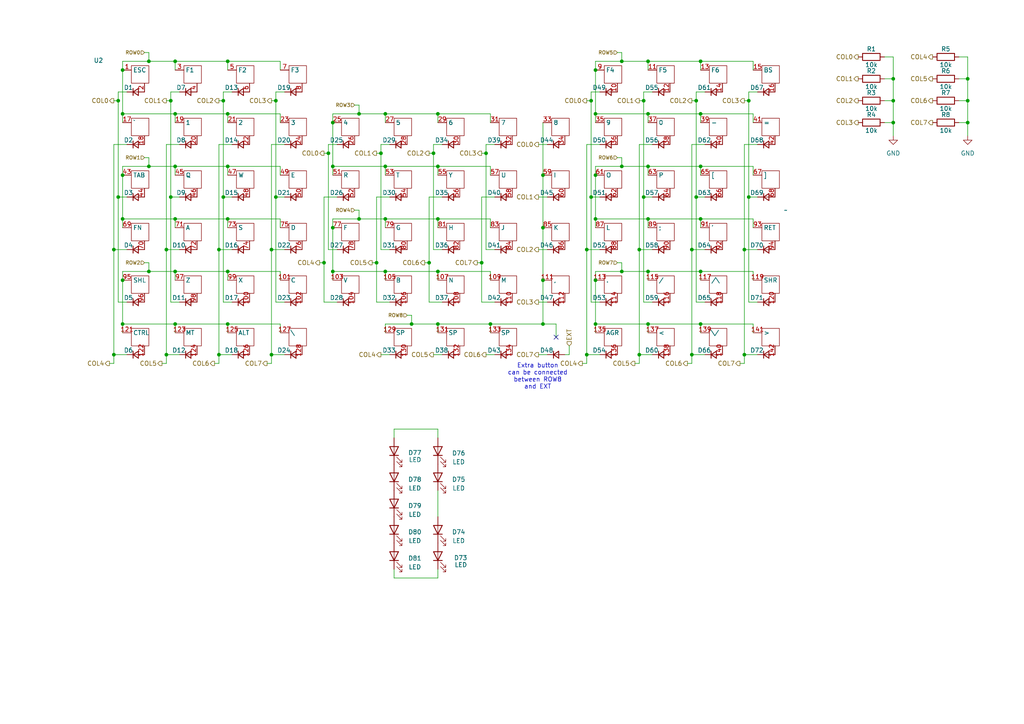
<source format=kicad_sch>
(kicad_sch (version 20231120) (generator "eeschema") (generator_version "8.0")
  (paper "A4")
  (title_block (title "WHY2025 badge") (date "2024-04-02") (rev "0.1") (company "Badge.Team") (comment 1 "Copyright 2024 Nicolai Electronics") (comment 2 "License: CERN-OHL-P"))
  (junction (at 49.53 29.21))
  (junction (at 200.66 72.39))
  (junction (at 185.42 72.39))
  (junction (at 259.08 22.86))
  (junction (at 203.2 48.26))
  (junction (at 111.76 63.5))
  (junction (at 185.42 102.87))
  (junction (at 66.04 17.78))
  (junction (at 203.2 93.98))
  (junction (at 127 33.02))
  (junction (at 217.17 29.21))
  (junction (at 172.72 50.8))
  (junction (at 78.74 72.39))
  (junction (at 66.04 63.5))
  (junction (at 187.96 78.74))
  (junction (at 280.67 35.56))
  (junction (at 66.04 48.26))
  (junction (at 80.01 57.15))
  (junction (at 80.01 29.21))
  (junction (at 50.8 33.02))
  (junction (at 171.45 29.21))
  (junction (at 259.08 35.56))
  (junction (at 157.48 81.28))
  (junction (at 170.18 72.39))
  (junction (at 35.56 50.8))
  (junction (at 33.02 102.87))
  (junction (at 172.72 93.98))
  (junction (at 96.52 35.56))
  (junction (at 48.26 72.39))
  (junction (at 127 63.5))
  (junction (at 64.77 57.15))
  (junction (at 34.29 57.15))
  (junction (at 186.69 57.15))
  (junction (at 180.34 17.78))
  (junction (at 78.74 102.87))
  (junction (at 34.29 29.21))
  (junction (at 35.56 33.02))
  (junction (at 35.56 20.32))
  (junction (at 180.34 48.26))
  (junction (at 35.56 81.28))
  (junction (at 124.46 76.2))
  (junction (at 280.67 29.21))
  (junction (at 43.18 48.26))
  (junction (at 63.5 102.87))
  (junction (at 170.18 102.87))
  (junction (at 140.97 44.45))
  (junction (at 217.17 57.15))
  (junction (at 186.69 29.21))
  (junction (at 63.5 72.39))
  (junction (at 172.72 20.32))
  (junction (at 127 78.74))
  (junction (at 96.52 66.04))
  (junction (at 187.96 48.26))
  (junction (at 139.7 76.2))
  (junction (at 66.04 33.02))
  (junction (at 125.73 44.45))
  (junction (at 35.56 93.98))
  (junction (at 50.8 48.26))
  (junction (at 50.8 93.98))
  (junction (at 187.96 63.5))
  (junction (at 95.25 44.45))
  (junction (at 142.24 93.98))
  (junction (at 200.66 102.87))
  (junction (at 171.45 57.15))
  (junction (at 127 93.98))
  (junction (at 48.26 102.87))
  (junction (at 50.8 78.74))
  (junction (at 43.18 17.78))
  (junction (at 203.2 33.02))
  (junction (at 109.22 76.2))
  (junction (at 49.53 57.15))
  (junction (at 66.04 78.74))
  (junction (at 187.96 33.02))
  (junction (at 35.56 63.5))
  (junction (at 93.98 76.2))
  (junction (at 172.72 81.28))
  (junction (at 172.72 33.02))
  (junction (at 50.8 63.5))
  (junction (at 33.02 72.39))
  (junction (at 66.04 93.98))
  (junction (at 110.49 44.45))
  (junction (at 64.77 29.21))
  (junction (at 111.76 48.26))
  (junction (at 104.14 63.5))
  (junction (at 157.48 66.04))
  (junction (at 259.08 29.21))
  (junction (at 172.72 63.5))
  (junction (at 96.52 78.74))
  (junction (at 203.2 63.5))
  (junction (at 203.2 78.74))
  (junction (at 215.9 72.39))
  (junction (at 127 48.26))
  (junction (at 96.52 48.26))
  (junction (at 111.76 33.02))
  (junction (at 111.76 78.74))
  (junction (at 43.18 78.74))
  (junction (at 157.48 93.98))
  (junction (at 119.38 93.98))
  (junction (at 50.8 17.78))
  (junction (at 157.48 50.8))
  (junction (at 104.14 33.02))
  (junction (at 201.93 57.15))
  (junction (at 187.96 17.78))
  (junction (at 201.93 29.21))
  (junction (at 203.2 17.78))
  (junction (at 180.34 78.74))
  (junction (at 187.96 93.98))
  (junction (at 280.67 22.86))
  (junction (at 215.9 102.87))
  (no_connect (at 161.29 97.79))
  (wire (pts (xy 66.04 93.98) (xy 66.04 96.52)))
  (wire (pts (xy 63.5 29.21) (xy 64.77 29.21)))
  (wire (pts (xy 140.97 72.39) (xy 143.51 72.39)))
  (wire (pts (xy 140.97 41.91) (xy 140.97 44.45)))
  (wire (pts (xy 140.97 44.45) (xy 140.97 72.39)))
  (wire (pts (xy 81.28 81.28) (xy 81.28 78.74)))
  (wire (pts (xy 171.45 26.67) (xy 171.45 29.21)))
  (wire (pts (xy 157.48 81.28) (xy 157.48 93.98)))
  (wire (pts (xy 172.72 48.26) (xy 172.72 50.8)))
  (wire (pts (xy 124.46 87.63) (xy 128.27 87.63)))
  (wire (pts (xy 50.8 93.98) (xy 66.04 93.98)))
  (wire (pts (xy 171.45 29.21) (xy 171.45 57.15)))
  (wire (pts (xy 187.96 48.26) (xy 187.96 50.8)))
  (wire (pts (xy 280.67 16.51) (xy 278.13 16.51)))
  (wire (pts (xy 203.2 17.78) (xy 187.96 17.78)))
  (wire (pts (xy 43.18 48.26) (xy 50.8 48.26)))
  (wire (pts (xy 172.72 17.78) (xy 172.72 20.32)))
  (wire (pts (xy 50.8 63.5) (xy 66.04 63.5)))
  (wire (pts (xy 48.26 72.39) (xy 48.26 102.87)))
  (wire (pts (xy 80.01 29.21) (xy 80.01 57.15)))
  (wire (pts (xy 123.19 76.2) (xy 124.46 76.2)))
  (wire (pts (xy 80.01 57.15) (xy 80.01 87.63)))
  (wire (pts (xy 170.18 29.21) (xy 171.45 29.21)))
  (wire (pts (xy 113.03 57.15) (xy 109.22 57.15)))
  (wire (pts (xy 82.55 41.91) (xy 78.74 41.91)))
  (wire (pts (xy 33.02 72.39) (xy 36.83 72.39)))
  (wire (pts (xy 203.2 17.78) (xy 203.2 20.32)))
  (wire (pts (xy 43.18 76.2) (xy 43.18 78.74)))
  (wire (pts (xy 52.07 41.91) (xy 48.26 41.91)))
  (wire (pts (xy 35.56 20.32) (xy 35.56 33.02)))
  (wire (pts (xy 64.77 87.63) (xy 67.31 87.63)))
  (wire (pts (xy 215.9 105.41) (xy 215.9 102.87)))
  (wire (pts (xy 280.67 39.37) (xy 280.67 35.56)))
  (wire (pts (xy 119.38 91.44) (xy 119.38 93.98)))
  (wire (pts (xy 35.56 96.52) (xy 35.56 93.98)))
  (wire (pts (xy 171.45 87.63) (xy 173.99 87.63)))
  (wire (pts (xy 41.91 15.24) (xy 43.18 15.24)))
  (wire (pts (xy 172.72 96.52) (xy 172.72 93.98)))
  (wire (pts (xy 204.47 102.87) (xy 200.66 102.87)))
  (wire (pts (xy 50.8 78.74) (xy 50.8 81.28)))
  (wire (pts (xy 81.28 17.78) (xy 66.04 17.78)))
  (wire (pts (xy 256.54 22.86) (xy 259.08 22.86)))
  (wire (pts (xy 199.39 105.41) (xy 200.66 105.41)))
  (wire (pts (xy 186.69 26.67) (xy 186.69 29.21)))
  (wire (pts (xy 66.04 63.5) (xy 81.28 63.5)))
  (wire (pts (xy 156.21 72.39) (xy 158.75 72.39)))
  (wire (pts (xy 109.22 57.15) (xy 109.22 76.2)))
  (wire (pts (xy 111.76 63.5) (xy 111.76 66.04)))
  (wire (pts (xy 35.56 66.04) (xy 35.56 63.5)))
  (wire (pts (xy 63.5 102.87) (xy 67.31 102.87)))
  (wire (pts (xy 125.73 102.87) (xy 128.27 102.87)))
  (wire (pts (xy 50.8 33.02) (xy 35.56 33.02)))
  (wire (pts (xy 36.83 41.91) (xy 33.02 41.91)))
  (wire (pts (xy 48.26 41.91) (xy 48.26 72.39)))
  (wire (pts (xy 127 48.26) (xy 142.24 48.26)))
  (wire (pts (xy 111.76 33.02) (xy 127 33.02)))
  (wire (pts (xy 171.45 57.15) (xy 171.45 87.63)))
  (wire (pts (xy 109.22 76.2) (xy 109.22 87.63)))
  (wire (pts (xy 66.04 48.26) (xy 81.28 48.26)))
  (wire (pts (xy 63.5 41.91) (xy 63.5 72.39)))
  (wire (pts (xy 63.5 105.41) (xy 63.5 102.87)))
  (wire (pts (xy 48.26 72.39) (xy 52.07 72.39)))
  (wire (pts (xy 110.49 41.91) (xy 110.49 44.45)))
  (wire (pts (xy 93.98 57.15) (xy 93.98 76.2)))
  (wire (pts (xy 187.96 33.02) (xy 187.96 35.56)))
  (wire (pts (xy 184.15 105.41) (xy 185.42 105.41)))
  (wire (pts (xy 49.53 57.15) (xy 49.53 87.63)))
  (wire (pts (xy 77.47 105.41) (xy 78.74 105.41)))
  (wire (pts (xy 201.93 87.63) (xy 204.47 87.63)))
  (wire (pts (xy 33.02 29.21) (xy 34.29 29.21)))
  (wire (pts (xy 97.79 57.15) (xy 93.98 57.15)))
  (wire (pts (xy 35.56 33.02) (xy 35.56 35.56)))
  (wire (pts (xy 203.2 48.26) (xy 187.96 48.26)))
  (wire (pts (xy 80.01 57.15) (xy 82.55 57.15)))
  (wire (pts (xy 187.96 78.74) (xy 180.34 78.74)))
  (wire (pts (xy 43.18 17.78) (xy 35.56 17.78)))
  (wire (pts (xy 31.75 105.41) (xy 33.02 105.41)))
  (wire (pts (xy 63.5 72.39) (xy 63.5 102.87)))
  (wire (pts (xy 96.52 35.56) (xy 96.52 48.26)))
  (wire (pts (xy 259.08 29.21) (xy 259.08 35.56)))
  (wire (pts (xy 109.22 44.45) (xy 110.49 44.45)))
  (wire (pts (xy 81.28 48.26) (xy 81.28 50.8)))
  (wire (pts (xy 96.52 66.04) (xy 96.52 63.5)))
  (wire (pts (xy 172.72 78.74) (xy 172.72 81.28)))
  (wire (pts (xy 35.56 50.8) (xy 35.56 63.5)))
  (wire (pts (xy 127 63.5) (xy 127 66.04)))
  (wire (pts (xy 66.04 78.74) (xy 50.8 78.74)))
  (wire (pts (xy 96.52 50.8) (xy 96.52 48.26)))
  (wire (pts (xy 127 63.5) (xy 142.24 63.5)))
  (wire (pts (xy 278.13 35.56) (xy 280.67 35.56)))
  (wire (pts (xy 218.44 63.5) (xy 218.44 66.04)))
  (wire (pts (xy 111.76 93.98) (xy 119.38 93.98)))
  (wire (pts (xy 170.18 102.87) (xy 170.18 72.39)))
  (wire (pts (xy 127 33.02) (xy 142.24 33.02)))
  (wire (pts (xy 173.99 26.67) (xy 171.45 26.67)))
  (wire (pts (xy 36.83 26.67) (xy 34.29 26.67)))
  (wire (pts (xy 67.31 26.67) (xy 64.77 26.67)))
  (wire (pts (xy 187.96 63.5) (xy 187.96 66.04)))
  (wire (pts (xy 218.44 33.02) (xy 218.44 35.56)))
  (wire (pts (xy 180.34 17.78) (xy 172.72 17.78)))
  (wire (pts (xy 218.44 20.32) (xy 218.44 17.78)))
  (wire (pts (xy 218.44 93.98) (xy 218.44 96.52)))
  (wire (pts (xy 66.04 78.74) (xy 66.04 81.28)))
  (wire (pts (xy 110.49 72.39) (xy 113.03 72.39)))
  (wire (pts (xy 111.76 33.02) (xy 111.76 35.56)))
  (wire (pts (xy 142.24 33.02) (xy 142.24 35.56)))
  (wire (pts (xy 41.91 76.2) (xy 43.18 76.2)))
  (wire (pts (xy 203.2 63.5) (xy 218.44 63.5)))
  (wire (pts (xy 157.48 93.98) (xy 161.29 93.98)))
  (wire (pts (xy 165.1 100.33) (xy 165.1 102.87)))
  (wire (pts (xy 127 142.24) (xy 127 149.86)))
  (wire (pts (xy 203.2 33.02) (xy 203.2 35.56)))
  (wire (pts (xy 34.29 57.15) (xy 36.83 57.15)))
  (wire (pts (xy 172.72 63.5) (xy 187.96 63.5)))
  (wire (pts (xy 278.13 22.86) (xy 280.67 22.86)))
  (wire (pts (xy 50.8 17.78) (xy 43.18 17.78)))
  (wire (pts (xy 139.7 87.63) (xy 143.51 87.63)))
  (wire (pts (xy 48.26 102.87) (xy 52.07 102.87)))
  (wire (pts (xy 96.52 81.28) (xy 96.52 78.74)))
  (wire (pts (xy 185.42 72.39) (xy 185.42 102.87)))
  (wire (pts (xy 217.17 87.63) (xy 219.71 87.63)))
  (wire (pts (xy 172.72 93.98) (xy 187.96 93.98)))
  (wire (pts (xy 48.26 29.21) (xy 49.53 29.21)))
  (wire (pts (xy 200.66 41.91) (xy 204.47 41.91)))
  (wire (pts (xy 119.38 93.98) (xy 127 93.98)))
  (wire (pts (xy 104.14 33.02) (xy 111.76 33.02)))
  (wire (pts (xy 256.54 35.56) (xy 259.08 35.56)))
  (wire (pts (xy 186.69 29.21) (xy 186.69 57.15)))
  (wire (pts (xy 82.55 26.67) (xy 80.01 26.67)))
  (wire (pts (xy 142.24 93.98) (xy 142.24 96.52)))
  (wire (pts (xy 50.8 48.26) (xy 50.8 50.8)))
  (wire (pts (xy 33.02 105.41) (xy 33.02 102.87)))
  (wire (pts (xy 127 93.98) (xy 127 96.52)))
  (wire (pts (xy 66.04 63.5) (xy 66.04 66.04)))
  (wire (pts (xy 187.96 78.74) (xy 187.96 81.28)))
  (wire (pts (xy 200.66 72.39) (xy 204.47 72.39)))
  (wire (pts (xy 156.21 87.63) (xy 158.75 87.63)))
  (wire (pts (xy 217.17 26.67) (xy 217.17 29.21)))
  (wire (pts (xy 43.18 15.24) (xy 43.18 17.78)))
  (wire (pts (xy 168.91 105.41) (xy 170.18 105.41)))
  (wire (pts (xy 64.77 26.67) (xy 64.77 29.21)))
  (wire (pts (xy 280.67 22.86) (xy 280.67 16.51)))
  (wire (pts (xy 49.53 57.15) (xy 52.07 57.15)))
  (wire (pts (xy 33.02 72.39) (xy 33.02 102.87)))
  (wire (pts (xy 186.69 57.15) (xy 189.23 57.15)))
  (wire (pts (xy 219.71 26.67) (xy 217.17 26.67)))
  (wire (pts (xy 35.56 93.98) (xy 50.8 93.98)))
  (wire (pts (xy 35.56 50.8) (xy 35.56 48.26)))
  (wire (pts (xy 62.23 105.41) (xy 63.5 105.41)))
  (wire (pts (xy 218.44 48.26) (xy 203.2 48.26)))
  (wire (pts (xy 124.46 44.45) (xy 125.73 44.45)))
  (wire (pts (xy 215.9 72.39) (xy 219.71 72.39)))
  (wire (pts (xy 278.13 29.21) (xy 280.67 29.21)))
  (wire (pts (xy 110.49 44.45) (xy 110.49 72.39)))
  (wire (pts (xy 125.73 72.39) (xy 128.27 72.39)))
  (wire (pts (xy 35.56 17.78) (xy 35.56 20.32)))
  (wire (pts (xy 34.29 29.21) (xy 34.29 57.15)))
  (wire (pts (xy 200.66 72.39) (xy 200.66 41.91)))
  (wire (pts (xy 171.45 57.15) (xy 173.99 57.15)))
  (wire (pts (xy 280.67 29.21) (xy 280.67 22.86)))
  (wire (pts (xy 156.21 41.91) (xy 158.75 41.91)))
  (wire (pts (xy 163.83 102.87) (xy 165.1 102.87)))
  (wire (pts (xy 200.66 105.41) (xy 200.66 102.87)))
  (wire (pts (xy 179.07 45.72) (xy 180.34 45.72)))
  (wire (pts (xy 80.01 26.67) (xy 80.01 29.21)))
  (wire (pts (xy 170.18 72.39) (xy 170.18 41.91)))
  (wire (pts (xy 172.72 20.32) (xy 172.72 33.02)))
  (wire (pts (xy 187.96 63.5) (xy 203.2 63.5)))
  (wire (pts (xy 180.34 45.72) (xy 180.34 48.26)))
  (wire (pts (xy 78.74 41.91) (xy 78.74 72.39)))
  (wire (pts (xy 187.96 48.26) (xy 180.34 48.26)))
  (wire (pts (xy 217.17 57.15) (xy 219.71 57.15)))
  (wire (pts (xy 96.52 78.74) (xy 111.76 78.74)))
  (wire (pts (xy 78.74 105.41) (xy 78.74 102.87)))
  (wire (pts (xy 114.3 165.1) (xy 114.3 167.64)))
  (wire (pts (xy 64.77 29.21) (xy 64.77 57.15)))
  (wire (pts (xy 142.24 78.74) (xy 142.24 81.28)))
  (wire (pts (xy 218.44 50.8) (xy 218.44 48.26)))
  (wire (pts (xy 143.51 57.15) (xy 139.7 57.15)))
  (wire (pts (xy 81.28 33.02) (xy 81.28 35.56)))
  (wire (pts (xy 170.18 102.87) (xy 173.99 102.87)))
  (wire (pts (xy 187.96 93.98) (xy 187.96 96.52)))
  (wire (pts (xy 96.52 35.56) (xy 96.52 33.02)))
  (wire (pts (xy 43.18 45.72) (xy 43.18 48.26)))
  (wire (pts (xy 93.98 87.63) (xy 97.79 87.63)))
  (wire (pts (xy 204.47 26.67) (xy 201.93 26.67)))
  (wire (pts (xy 187.96 17.78) (xy 187.96 20.32)))
  (wire (pts (xy 201.93 57.15) (xy 201.93 87.63)))
  (wire (pts (xy 93.98 76.2) (xy 93.98 87.63)))
  (wire (pts (xy 127 127) (xy 127 124.46)))
  (wire (pts (xy 96.52 33.02) (xy 104.14 33.02)))
  (wire (pts (xy 92.71 76.2) (xy 93.98 76.2)))
  (wire (pts (xy 97.79 41.91) (xy 95.25 41.91)))
  (wire (pts (xy 93.98 44.45) (xy 95.25 44.45)))
  (wire (pts (xy 170.18 72.39) (xy 173.99 72.39)))
  (wire (pts (xy 118.11 91.44) (xy 119.38 91.44)))
  (wire (pts (xy 34.29 57.15) (xy 34.29 87.63)))
  (wire (pts (xy 78.74 72.39) (xy 82.55 72.39)))
  (wire (pts (xy 185.42 41.91) (xy 185.42 72.39)))
  (wire (pts (xy 66.04 33.02) (xy 81.28 33.02)))
  (wire (pts (xy 139.7 76.2) (xy 139.7 87.63)))
  (wire (pts (xy 185.42 105.41) (xy 185.42 102.87)))
  (wire (pts (xy 124.46 76.2) (xy 124.46 87.63)))
  (wire (pts (xy 185.42 102.87) (xy 189.23 102.87)))
  (wire (pts (xy 203.2 93.98) (xy 218.44 93.98)))
  (wire (pts (xy 218.44 78.74) (xy 203.2 78.74)))
  (wire (pts (xy 186.69 57.15) (xy 186.69 87.63)))
  (wire (pts (xy 50.8 63.5) (xy 50.8 66.04)))
  (wire (pts (xy 34.29 26.67) (xy 34.29 29.21)))
  (wire (pts (xy 170.18 105.41) (xy 170.18 102.87)))
  (wire (pts (xy 96.52 48.26) (xy 111.76 48.26)))
  (wire (pts (xy 179.07 76.2) (xy 180.34 76.2)))
  (wire (pts (xy 127 33.02) (xy 127 35.56)))
  (wire (pts (xy 111.76 78.74) (xy 111.76 81.28)))
  (wire (pts (xy 259.08 22.86) (xy 259.08 29.21)))
  (wire (pts (xy 157.48 35.56) (xy 157.48 50.8)))
  (wire (pts (xy 81.28 93.98) (xy 81.28 96.52)))
  (wire (pts (xy 187.96 33.02) (xy 203.2 33.02)))
  (wire (pts (xy 218.44 81.28) (xy 218.44 78.74)))
  (wire (pts (xy 50.8 93.98) (xy 50.8 96.52)))
  (wire (pts (xy 52.07 26.67) (xy 49.53 26.67)))
  (wire (pts (xy 187.96 93.98) (xy 203.2 93.98)))
  (wire (pts (xy 217.17 29.21) (xy 217.17 57.15)))
  (wire (pts (xy 127 124.46) (xy 114.3 124.46)))
  (wire (pts (xy 128.27 57.15) (xy 124.46 57.15)))
  (wire (pts (xy 49.53 26.67) (xy 49.53 29.21)))
  (wire (pts (xy 157.48 50.8) (xy 157.48 66.04)))
  (wire (pts (xy 66.04 48.26) (xy 66.04 50.8)))
  (wire (pts (xy 138.43 76.2) (xy 139.7 76.2)))
  (wire (pts (xy 259.08 35.56) (xy 259.08 39.37)))
  (wire (pts (xy 95.25 72.39) (xy 97.79 72.39)))
  (wire (pts (xy 95.25 44.45) (xy 95.25 72.39)))
  (wire (pts (xy 107.95 76.2) (xy 109.22 76.2)))
  (wire (pts (xy 63.5 72.39) (xy 67.31 72.39)))
  (wire (pts (xy 50.8 48.26) (xy 66.04 48.26)))
  (wire (pts (xy 81.28 78.74) (xy 66.04 78.74)))
  (wire (pts (xy 280.67 35.56) (xy 280.67 29.21)))
  (wire (pts (xy 111.76 78.74) (xy 127 78.74)))
  (wire (pts (xy 172.72 35.56) (xy 172.72 33.02)))
  (wire (pts (xy 200.66 102.87) (xy 200.66 72.39)))
  (wire (pts (xy 172.72 33.02) (xy 187.96 33.02)))
  (wire (pts (xy 127 93.98) (xy 142.24 93.98)))
  (wire (pts (xy 172.72 50.8) (xy 172.72 63.5)))
  (wire (pts (xy 219.71 102.87) (xy 215.9 102.87)))
  (wire (pts (xy 35.56 81.28) (xy 35.56 93.98)))
  (wire (pts (xy 215.9 29.21) (xy 217.17 29.21)))
  (wire (pts (xy 203.2 78.74) (xy 187.96 78.74)))
  (wire (pts (xy 185.42 29.21) (xy 186.69 29.21)))
  (wire (pts (xy 172.72 81.28) (xy 172.72 93.98)))
  (wire (pts (xy 46.99 105.41) (xy 48.26 105.41)))
  (wire (pts (xy 111.76 96.52) (xy 111.76 93.98)))
  (wire (pts (xy 102.87 60.96) (xy 104.14 60.96)))
  (wire (pts (xy 78.74 72.39) (xy 78.74 102.87)))
  (wire (pts (xy 256.54 29.21) (xy 259.08 29.21)))
  (wire (pts (xy 256.54 16.51) (xy 259.08 16.51)))
  (wire (pts (xy 124.46 57.15) (xy 124.46 76.2)))
  (wire (pts (xy 49.53 87.63) (xy 52.07 87.63)))
  (wire (pts (xy 125.73 41.91) (xy 125.73 44.45)))
  (wire (pts (xy 215.9 102.87) (xy 215.9 72.39)))
  (wire (pts (xy 189.23 41.91) (xy 185.42 41.91)))
  (wire (pts (xy 66.04 33.02) (xy 50.8 33.02)))
  (wire (pts (xy 180.34 15.24) (xy 180.34 17.78)))
  (wire (pts (xy 214.63 105.41) (xy 215.9 105.41)))
  (wire (pts (xy 66.04 35.56) (xy 66.04 33.02)))
  (wire (pts (xy 201.93 29.21) (xy 201.93 57.15)))
  (wire (pts (xy 156.21 102.87) (xy 158.75 102.87)))
  (wire (pts (xy 142.24 48.26) (xy 142.24 50.8)))
  (wire (pts (xy 127 167.64) (xy 127 165.1)))
  (wire (pts (xy 109.22 87.63) (xy 113.03 87.63)))
  (wire (pts (xy 104.14 63.5) (xy 111.76 63.5)))
  (wire (pts (xy 41.91 45.72) (xy 43.18 45.72)))
  (wire (pts (xy 78.74 102.87) (xy 82.55 102.87)))
  (wire (pts (xy 66.04 17.78) (xy 50.8 17.78)))
  (wire (pts (xy 217.17 57.15) (xy 217.17 87.63)))
  (wire (pts (xy 128.27 41.91) (xy 125.73 41.91)))
  (wire (pts (xy 185.42 72.39) (xy 189.23 72.39)))
  (wire (pts (xy 218.44 17.78) (xy 203.2 17.78)))
  (wire (pts (xy 156.21 57.15) (xy 158.75 57.15)))
  (wire (pts (xy 111.76 48.26) (xy 127 48.26)))
  (wire (pts (xy 43.18 78.74) (xy 35.56 78.74)))
  (wire (pts (xy 142.24 93.98) (xy 157.48 93.98)))
  (wire (pts (xy 66.04 17.78) (xy 66.04 20.32)))
  (wire (pts (xy 110.49 41.91) (xy 113.03 41.91)))
  (wire (pts (xy 81.28 20.32) (xy 81.28 17.78)))
  (wire (pts (xy 139.7 44.45) (xy 140.97 44.45)))
  (wire (pts (xy 35.56 63.5) (xy 50.8 63.5)))
  (wire (pts (xy 104.14 60.96) (xy 104.14 63.5)))
  (wire (pts (xy 186.69 87.63) (xy 189.23 87.63)))
  (wire (pts (xy 33.02 102.87) (xy 36.83 102.87)))
  (wire (pts (xy 127 78.74) (xy 142.24 78.74)))
  (wire (pts (xy 170.18 41.91) (xy 173.99 41.91)))
  (wire (pts (xy 67.31 41.91) (xy 63.5 41.91)))
  (wire (pts (xy 180.34 48.26) (xy 172.72 48.26)))
  (wire (pts (xy 157.48 66.04) (xy 157.48 81.28)))
  (wire (pts (xy 78.74 29.21) (xy 80.01 29.21)))
  (wire (pts (xy 259.08 16.51) (xy 259.08 22.86)))
  (wire (pts (xy 215.9 41.91) (xy 219.71 41.91)))
  (wire (pts (xy 203.2 33.02) (xy 218.44 33.02)))
  (wire (pts (xy 189.23 26.67) (xy 186.69 26.67)))
  (wire (pts (xy 215.9 72.39) (xy 215.9 41.91)))
  (wire (pts (xy 64.77 57.15) (xy 64.77 87.63)))
  (wire (pts (xy 180.34 76.2) (xy 180.34 78.74)))
  (wire (pts (xy 172.72 66.04) (xy 172.72 63.5)))
  (wire (pts (xy 203.2 78.74) (xy 203.2 81.28)))
  (wire (pts (xy 127 48.26) (xy 127 50.8)))
  (wire (pts (xy 180.34 78.74) (xy 172.72 78.74)))
  (wire (pts (xy 104.14 30.48) (xy 104.14 33.02)))
  (wire (pts (xy 50.8 33.02) (xy 50.8 35.56)))
  (wire (pts (xy 102.87 30.48) (xy 104.14 30.48)))
  (wire (pts (xy 201.93 26.67) (xy 201.93 29.21)))
  (wire (pts (xy 203.2 93.98) (xy 203.2 96.52)))
  (wire (pts (xy 35.56 78.74) (xy 35.56 81.28)))
  (wire (pts (xy 64.77 57.15) (xy 67.31 57.15)))
  (wire (pts (xy 187.96 17.78) (xy 180.34 17.78)))
  (wire (pts (xy 50.8 17.78) (xy 50.8 20.32)))
  (wire (pts (xy 81.28 63.5) (xy 81.28 66.04)))
  (wire (pts (xy 114.3 124.46) (xy 114.3 127)))
  (wire (pts (xy 200.66 29.21) (xy 201.93 29.21)))
  (wire (pts (xy 179.07 15.24) (xy 180.34 15.24)))
  (wire (pts (xy 201.93 57.15) (xy 204.47 57.15)))
  (wire (pts (xy 111.76 63.5) (xy 127 63.5)))
  (wire (pts (xy 110.49 102.87) (xy 113.03 102.87)))
  (wire (pts (xy 111.76 48.26) (xy 111.76 50.8)))
  (wire (pts (xy 203.2 63.5) (xy 203.2 66.04)))
  (wire (pts (xy 127 78.74) (xy 127 81.28)))
  (wire (pts (xy 140.97 102.87) (xy 143.51 102.87)))
  (wire (pts (xy 203.2 48.26) (xy 203.2 50.8)))
  (wire (pts (xy 95.25 41.91) (xy 95.25 44.45)))
  (wire (pts (xy 50.8 78.74) (xy 43.18 78.74)))
  (wire (pts (xy 80.01 87.63) (xy 82.55 87.63)))
  (wire (pts (xy 49.53 29.21) (xy 49.53 57.15)))
  (wire (pts (xy 35.56 48.26) (xy 43.18 48.26)))
  (wire (pts (xy 96.52 63.5) (xy 104.14 63.5)))
  (wire (pts (xy 66.04 93.98) (xy 81.28 93.98)))
  (wire (pts (xy 96.52 66.04) (xy 96.52 78.74)))
  (wire (pts (xy 142.24 63.5) (xy 142.24 66.04)))
  (wire (pts (xy 139.7 57.15) (xy 139.7 76.2)))
  (wire (pts (xy 125.73 44.45) (xy 125.73 72.39)))
  (wire (pts (xy 143.51 41.91) (xy 140.97 41.91)))
  (wire (pts (xy 161.29 93.98) (xy 161.29 97.79)))
  (wire (pts (xy 34.29 87.63) (xy 36.83 87.63)))
  (wire (pts (xy 48.26 105.41) (xy 48.26 102.87)))
  (wire (pts (xy 114.3 167.64) (xy 127 167.64)))
  (wire (pts (xy 33.02 41.91) (xy 33.02 72.39)))
  (text "Extra button\ncan be connected\nbetween ROW8\nand EXT" (at 155.956 109.22 0) (effects (font (size 1.27 1.27))))
  (hierarchical_label "COL7" (shape output) (at 270.51 35.56 180))
  (hierarchical_label "COL6" (shape output) (at 140.97 102.87 180))
  (hierarchical_label "COL4" (shape output) (at 270.51 16.51 180))
  (hierarchical_label "COL5" (shape output) (at 270.51 22.86 180))
  (hierarchical_label "COL2" (shape output) (at 124.46 44.45 180))
  (hierarchical_label "COL1" (shape output) (at 185.42 29.21 180))
  (hierarchical_label "COL0" (shape output) (at 156.21 41.91 180))
  (hierarchical_label "ROW6" (shape input) (at 179.07 45.72 180) (effects (font (size 1.016 1.016))))
  (hierarchical_label "ROW8" (shape input) (at 118.11 91.44 180) (effects (font (size 1.016 1.016))))
  (hierarchical_label "COL0" (shape output) (at 170.18 29.21 180))
  (hierarchical_label "ROW5" (shape input) (at 179.07 15.24 180) (effects (font (size 1.016 1.016))))
  (hierarchical_label "COL3" (shape output) (at 248.92 35.56 180))
  (hierarchical_label "COL6" (shape output) (at 199.39 105.41 180))
  (hierarchical_label "COL2" (shape output) (at 248.92 29.21 180))
  (hierarchical_label "ROW3" (shape input) (at 102.87 30.48 180) (effects (font (size 1.016 1.016))))
  (hierarchical_label "COL4" (shape output) (at 168.91 105.41 180))
  (hierarchical_label "COL1" (shape output) (at 48.26 29.21 180))
  (hierarchical_label "COL5" (shape output) (at 107.95 76.2 180))
  (hierarchical_label "COL4" (shape output) (at 110.49 102.87 180))
  (hierarchical_label "COL6" (shape output) (at 62.23 105.41 180))
  (hierarchical_label "ROW0" (shape input) (at 41.91 15.24 180) (effects (font (size 1.016 1.016))))
  (hierarchical_label "COL1" (shape output) (at 156.21 57.15 180))
  (hierarchical_label "COL3" (shape output) (at 215.9 29.21 180))
  (hierarchical_label "ROW7" (shape input) (at 179.07 76.2 180) (effects (font (size 1.016 1.016))))
  (hierarchical_label "COL4" (shape output) (at 31.75 105.41 180))
  (hierarchical_label "ROW2" (shape input) (at 41.91 76.2 180) (effects (font (size 1.016 1.016))))
  (hierarchical_label "COL3" (shape output) (at 78.74 29.21 180))
  (hierarchical_label "COL2" (shape output) (at 63.5 29.21 180))
  (hierarchical_label "COL2" (shape output) (at 156.21 72.39 180))
  (hierarchical_label "COL3" (shape output) (at 156.21 87.63 180))
  (hierarchical_label "COL2" (shape output) (at 200.66 29.21 180))
  (hierarchical_label "COL0" (shape output) (at 33.02 29.21 180))
  (hierarchical_label "COL7" (shape output) (at 214.63 105.41 180))
  (hierarchical_label "COL1" (shape output) (at 248.92 22.86 180))
  (hierarchical_label "COL6" (shape output) (at 270.51 29.21 180))
  (hierarchical_label "COL5" (shape output) (at 184.15 105.41 180))
  (hierarchical_label "COL5" (shape output) (at 46.99 105.41 180))
  (hierarchical_label "COL7" (shape output) (at 156.21 102.87 180))
  (hierarchical_label "ROW1" (shape input) (at 41.91 45.72 180) (effects (font (size 1.016 1.016))))
  (hierarchical_label "EXT" (shape input) (at 165.1 100.33 90))
  (hierarchical_label "COL0" (shape output) (at 248.92 16.51 180))
  (hierarchical_label "COL5" (shape output) (at 125.73 102.87 180))
  (hierarchical_label "COL4" (shape output) (at 92.71 76.2 180))
  (hierarchical_label "COL7" (shape output) (at 77.47 105.41 180))
  (hierarchical_label "COL0" (shape output) (at 93.98 44.45 180))
  (hierarchical_label "COL1" (shape output) (at 109.22 44.45 180))
  (hierarchical_label "COL6" (shape output) (at 123.19 76.2 180))
  (hierarchical_label "COL7" (shape output) (at 138.43 76.2 180))
  (hierarchical_label "COL3" (shape output) (at 139.7 44.45 180))
  (hierarchical_label "ROW4" (shape input) (at 102.87 60.96 180) (effects (font (size 1.016 1.016))))
  (symbol (lib_id "button_matrix:D_Small") (at 115.57 72.39 0) (unit 1)
    (property "Reference" "D31" (at 114.808 71.12 0) (effects (justify right)))
    (property "Value" "LL4148" (effects (hide yes)))
    (property "Footprint" "Diode_SMD:D_SOD-323" (effects (hide yes)))
    (property "Sim.Device" "D" (effects (hide yes)))
    (property "Sim.Pins" "1=K 2=A" (effects (hide yes)))
    (property "LCSC" "C2891733" (effects (hide yes)))
  )
  (symbol (lib_id "button_matrix:D_Small") (at 130.81 87.63 0) (unit 1)
    (property "Reference" "D37" (at 130.048 86.36 0) (effects (justify right)))
    (property "Value" "LL4148" (effects (hide yes)))
    (property "Footprint" "Diode_SMD:D_SOD-323" (effects (hide yes)))
    (property "Sim.Device" "D" (effects (hide yes)))
    (property "Sim.Pins" "1=K 2=A" (effects (hide yes)))
    (property "LCSC" "C2891733" (effects (hide yes)))
  )
  (symbol (lib_id "button_matrix:D_Small") (at 54.61 87.63 0) (unit 1)
    (property "Reference" "D11" (at 53.848 86.36 0) (effects (justify right)))
    (property "Value" "LL4148" (effects (hide yes)))
    (property "Footprint" "Diode_SMD:D_SOD-323" (effects (hide yes)))
    (property "Sim.Device" "D" (effects (hide yes)))
    (property "Sim.Pins" "1=K 2=A" (effects (hide yes)))
    (property "LCSC" "C2891733" (effects (hide yes)))
  )
  (symbol (lib_id "button_matrix:D_Small") (at 146.05 41.91 0) (unit 1)
    (property "Reference" "D39" (at 145.288 40.64 0) (effects (justify right)))
    (property "Value" "LL4148" (effects (hide yes)))
    (property "Footprint" "Diode_SMD:D_SOD-323" (effects (hide yes)))
    (property "Sim.Device" "D" (effects (hide yes)))
    (property "Sim.Pins" "1=K 2=A" (effects (hide yes)))
    (property "LCSC" "C2891733" (effects (hide yes)))
  )
  (symbol (lib_id "button_matrix:D_Small") (at 207.01 72.39 0) (unit 1)
    (property "Reference" "D64" (at 206.248 71.12 0) (effects (justify right)))
    (property "Value" "LL4148" (effects (hide yes)))
    (property "Footprint" "Diode_SMD:D_SOD-323" (effects (hide yes)))
    (property "Sim.Device" "D" (effects (hide yes)))
    (property "Sim.Pins" "1=K 2=A" (effects (hide yes)))
    (property "LCSC" "C2891733" (effects (hide yes)))
  )
  (symbol (lib_id "button_matrix:D_Small") (at 222.25 87.63 0) (unit 1)
    (property "Reference" "D71" (at 221.488 86.36 0) (effects (justify right)))
    (property "Value" "LL4148" (effects (hide yes)))
    (property "Footprint" "Diode_SMD:D_SOD-323" (effects (hide yes)))
    (property "Sim.Device" "D" (effects (hide yes)))
    (property "Sim.Pins" "1=K 2=A" (effects (hide yes)))
    (property "LCSC" "C2891733" (effects (hide yes)))
  )
  (symbol (lib_id "button_matrix:D_Small") (at 115.57 57.15 0) (unit 1)
    (property "Reference" "D30" (at 114.808 55.88 0) (effects (justify right)))
    (property "Value" "LL4148" (effects (hide yes)))
    (property "Footprint" "Diode_SMD:D_SOD-323" (effects (hide yes)))
    (property "Sim.Device" "D" (effects (hide yes)))
    (property "Sim.Pins" "1=K 2=A" (effects (hide yes)))
    (property "LCSC" "C2891733" (effects (hide yes)))
  )
  (symbol (lib_id "button_matrix:D_Small") (at 222.25 26.67 0) (unit 1)
    (property "Reference" "D67" (at 221.488 25.4 0) (effects (justify right)))
    (property "Value" "LL4148" (effects (hide yes)))
    (property "Footprint" "Diode_SMD:D_SOD-323" (effects (hide yes)))
    (property "Sim.Device" "D" (effects (hide yes)))
    (property "Sim.Pins" "1=K 2=A" (effects (hide yes)))
    (property "LCSC" "C2891733" (effects (hide yes)))
  )
  (symbol (lib_id "button_matrix:D_Small") (at 100.33 87.63 0) (unit 1)
    (property "Reference" "D28" (at 99.568 86.36 0) (effects (justify right)))
    (property "Value" "LL4148" (effects (hide yes)))
    (property "Footprint" "Diode_SMD:D_SOD-323" (effects (hide yes)))
    (property "Sim.Device" "D" (effects (hide yes)))
    (property "Sim.Pins" "1=K 2=A" (effects (hide yes)))
    (property "LCSC" "C2891733" (effects (hide yes)))
  )
  (symbol (lib_id "button_matrix:D_Small") (at 176.53 26.67 0) (unit 1)
    (property "Reference" "D49" (at 175.768 25.4 0) (effects (justify right)))
    (property "Value" "LL4148" (effects (hide yes)))
    (property "Footprint" "Diode_SMD:D_SOD-323" (effects (hide yes)))
    (property "Sim.Device" "D" (effects (hide yes)))
    (property "Sim.Pins" "1=K 2=A" (effects (hide yes)))
    (property "LCSC" "C2891733" (effects (hide yes)))
  )
  (symbol (lib_id "button_matrix:R") (at 274.32 35.56 90) (unit 1)
    (property "Reference" "R8" (at 274.32 33.274 90))
    (property "Value" "10k" (at 274.32 37.846 90))
    (property "Footprint" "Resistor_SMD:R_0402_1005Metric" (effects (hide yes)))
    (property "Datasheet" "https://datasheet.lcsc.com/lcsc/2304140030_YAGEO-RC0402FR-0710KL_C60490.pdf" (effects (hide yes)))
    (property "Description" "Resistor" (effects (hide yes)))
    (property "LCSC" "C60490" (effects (hide yes)))
  )
  (symbol (lib_id "button_matrix:D_Small") (at 100.33 41.91 0) (unit 1)
    (property "Reference" "D25" (at 99.568 40.64 0) (effects (justify right)))
    (property "Value" "LL4148" (effects (hide yes)))
    (property "Footprint" "Diode_SMD:D_SOD-323" (effects (hide yes)))
    (property "Sim.Device" "D" (effects (hide yes)))
    (property "Sim.Pins" "1=K 2=A" (effects (hide yes)))
    (property "LCSC" "C2891733" (effects (hide yes)))
  )
  (symbol (lib_id "button_matrix:D_Small") (at 69.85 26.67 0) (unit 1)
    (property "Reference" "D13" (at 69.088 25.4 0) (effects (justify right)))
    (property "Value" "LL4148" (effects (hide yes)))
    (property "Footprint" "Diode_SMD:D_SOD-323" (effects (hide yes)))
    (property "Sim.Device" "D" (effects (hide yes)))
    (property "Sim.Pins" "1=K 2=A" (effects (hide yes)))
    (property "LCSC" "C2891733" (effects (hide yes)))
  )
  (symbol (lib_id "button_matrix:D_Small") (at 54.61 57.15 0) (unit 1)
    (property "Reference" "D9" (at 53.848 55.88 0) (effects (justify right)))
    (property "Value" "LL4148" (effects (hide yes)))
    (property "Footprint" "Diode_SMD:D_SOD-323" (effects (hide yes)))
    (property "Sim.Device" "D" (effects (hide yes)))
    (property "Sim.Pins" "1=K 2=A" (effects (hide yes)))
    (property "LCSC" "C2891733" (effects (hide yes)))
  )
  (symbol (lib_id "button_matrix:D_Small") (at 39.37 87.63 0) (unit 1)
    (property "Reference" "D5" (at 38.608 86.36 0) (effects (justify right)))
    (property "Value" "LL4148" (effects (hide yes)))
    (property "Footprint" "Diode_SMD:D_SOD-323" (effects (hide yes)))
    (property "Sim.Device" "D" (effects (hide yes)))
    (property "Sim.Pins" "1=K 2=A" (effects (hide yes)))
    (property "LCSC" "C2891733" (effects (hide yes)))
  )
  (symbol (lib_id "button_matrix:D_Small") (at 161.29 72.39 0) (unit 1)
    (property "Reference" "D46" (at 160.528 71.12 0) (effects (justify right)))
    (property "Value" "LL4148" (effects (hide yes)))
    (property "Footprint" "Diode_SMD:D_SOD-323" (effects (hide yes)))
    (property "Sim.Device" "D" (effects (hide yes)))
    (property "Sim.Pins" "1=K 2=A" (effects (hide yes)))
    (property "LCSC" "C2891733" (effects (hide yes)))
  )
  (symbol (lib_id "button_matrix:D_Small") (at 69.85 72.39 0) (unit 1)
    (property "Reference" "D16" (at 69.088 71.12 0) (effects (justify right)))
    (property "Value" "LL4148" (effects (hide yes)))
    (property "Footprint" "Diode_SMD:D_SOD-323" (effects (hide yes)))
    (property "Sim.Device" "D" (effects (hide yes)))
    (property "Sim.Pins" "1=K 2=A" (effects (hide yes)))
    (property "LCSC" "C2891733" (effects (hide yes)))
  )
  (symbol (lib_id "button_matrix:D_Small") (at 54.61 102.87 0) (unit 1)
    (property "Reference" "D12" (at 53.848 101.6 0) (effects (justify right)))
    (property "Value" "LL4148" (effects (hide yes)))
    (property "Footprint" "Diode_SMD:D_SOD-323" (effects (hide yes)))
    (property "Sim.Device" "D" (effects (hide yes)))
    (property "Sim.Pins" "1=K 2=A" (effects (hide yes)))
    (property "LCSC" "C2891733" (effects (hide yes)))
  )
  (symbol (lib_id "Device:LED") (at 114.3 161.29 90) (unit 1)
    (property "Reference" "D81" (at 120.3325 161.925 90))
    (property "Value" "LED" (at 120.3325 164.465 90))
    (property "Footprint" "badgeteam:LTW-010DCG-SR-G" (effects (hide yes)))
    (property "Description" "Light emitting diode" (effects (hide yes)))
  )
  (symbol (lib_id "button_matrix:D_Small") (at 222.25 57.15 0) (unit 1)
    (property "Reference" "D69" (at 221.488 55.88 0) (effects (justify right)))
    (property "Value" "LL4148" (effects (hide yes)))
    (property "Footprint" "Diode_SMD:D_SOD-323" (effects (hide yes)))
    (property "Sim.Device" "D" (effects (hide yes)))
    (property "Sim.Pins" "1=K 2=A" (effects (hide yes)))
    (property "LCSC" "C2891733" (effects (hide yes)))
  )
  (symbol (lib_id "power:GND") (at 280.67 39.37 0) (unit 1)
    (property "Reference" "#PWR010" (effects (hide yes)))
    (property "Value" "GND" (at 280.67 44.45 0))
    (property "Description" "Power symbol creates a global label with name \"GND\" , ground" (effects (hide yes)))
  )
  (symbol (lib_id "button_matrix:R") (at 252.73 29.21 90) (unit 1)
    (property "Reference" "R3" (at 252.73 26.924 90))
    (property "Value" "10k" (at 252.73 31.496 90))
    (property "Footprint" "Resistor_SMD:R_0402_1005Metric" (effects (hide yes)))
    (property "Datasheet" "https://datasheet.lcsc.com/lcsc/2304140030_YAGEO-RC0402FR-0710KL_C60490.pdf" (effects (hide yes)))
    (property "Description" "Resistor" (effects (hide yes)))
    (property "LCSC" "C60490" (effects (hide yes)))
  )
  (symbol (lib_id "button_matrix:D_Small") (at 146.05 72.39 0) (unit 1)
    (property "Reference" "D41" (at 145.288 71.12 0) (effects (justify right)))
    (property "Value" "LL4148" (effects (hide yes)))
    (property "Footprint" "Diode_SMD:D_SOD-323" (effects (hide yes)))
    (property "Sim.Device" "D" (effects (hide yes)))
    (property "Sim.Pins" "1=K 2=A" (effects (hide yes)))
    (property "LCSC" "C2891733" (effects (hide yes)))
  )
  (symbol (lib_id "button_matrix:D_Small") (at 54.61 72.39 0) (unit 1)
    (property "Reference" "D10" (at 53.848 71.12 0) (effects (justify right)))
    (property "Value" "LL4148" (effects (hide yes)))
    (property "Footprint" "Diode_SMD:D_SOD-323" (effects (hide yes)))
    (property "Sim.Device" "D" (effects (hide yes)))
    (property "Sim.Pins" "1=K 2=A" (effects (hide yes)))
    (property "LCSC" "C2891733" (effects (hide yes)))
  )
  (symbol (lib_id "button_matrix:D_Small") (at 146.05 102.87 0) (unit 1)
    (property "Reference" "D43" (at 145.288 101.6 0) (effects (justify right)))
    (property "Value" "LL4148" (effects (hide yes)))
    (property "Footprint" "Diode_SMD:D_SOD-323" (effects (hide yes)))
    (property "Sim.Device" "D" (effects (hide yes)))
    (property "Sim.Pins" "1=K 2=A" (effects (hide yes)))
    (property "LCSC" "C2891733" (effects (hide yes)))
  )
  (symbol (lib_id "button_matrix:D_Small") (at 69.85 41.91 0) (unit 1)
    (property "Reference" "D14" (at 69.088 40.64 0) (effects (justify right)))
    (property "Value" "LL4148" (effects (hide yes)))
    (property "Footprint" "Diode_SMD:D_SOD-323" (effects (hide yes)))
    (property "Sim.Device" "D" (effects (hide yes)))
    (property "Sim.Pins" "1=K 2=A" (effects (hide yes)))
    (property "LCSC" "C2891733" (effects (hide yes)))
  )
  (symbol (lib_id "button_matrix:D_Small") (at 85.09 26.67 0) (unit 1)
    (property "Reference" "D19" (at 84.328 25.4 0) (effects (justify right)))
    (property "Value" "LL4148" (effects (hide yes)))
    (property "Footprint" "Diode_SMD:D_SOD-323" (effects (hide yes)))
    (property "Sim.Device" "D" (effects (hide yes)))
    (property "Sim.Pins" "1=K 2=A" (effects (hide yes)))
    (property "LCSC" "C2891733" (effects (hide yes)))
  )
  (symbol (lib_id "button_matrix:D_Small") (at 115.57 87.63 0) (unit 1)
    (property "Reference" "D32" (at 114.808 86.36 0) (effects (justify right)))
    (property "Value" "LL4148" (effects (hide yes)))
    (property "Footprint" "Diode_SMD:D_SOD-323" (effects (hide yes)))
    (property "Sim.Device" "D" (effects (hide yes)))
    (property "Sim.Pins" "1=K 2=A" (effects (hide yes)))
    (property "LCSC" "C2891733" (effects (hide yes)))
  )
  (symbol (lib_id "Device:LED") (at 127 138.43 90) (unit 1)
    (property "Reference" "D75" (at 133.0325 139.065 90))
    (property "Value" "LED" (at 133.0325 141.605 90))
    (property "Footprint" "badgeteam:LTW-010DCG-SR-G" (effects (hide yes)))
    (property "Description" "Light emitting diode" (effects (hide yes)))
  )
  (symbol (lib_id "button_matrix:D_Small") (at 39.37 57.15 0) (unit 1)
    (property "Reference" "D3" (at 38.608 55.88 0) (effects (justify right)))
    (property "Value" "LL4148" (effects (hide yes)))
    (property "Footprint" "Diode_SMD:D_SOD-323" (effects (hide yes)))
    (property "Sim.Device" "D" (effects (hide yes)))
    (property "Sim.Pins" "1=K 2=A" (effects (hide yes)))
    (property "LCSC" "C2891733" (effects (hide yes)))
  )
  (symbol (lib_id "button_matrix:D_Small") (at 85.09 87.63 0) (unit 1)
    (property "Reference" "D23" (at 84.328 86.36 0) (effects (justify right)))
    (property "Value" "LL4148" (effects (hide yes)))
    (property "Footprint" "Diode_SMD:D_SOD-323" (effects (hide yes)))
    (property "Sim.Device" "D" (effects (hide yes)))
    (property "Sim.Pins" "1=K 2=A" (effects (hide yes)))
    (property "LCSC" "C2891733" (effects (hide yes)))
  )
  (symbol (lib_id "button_matrix:D_Small") (at 54.61 41.91 0) (unit 1)
    (property "Reference" "D8" (at 53.848 40.64 0) (effects (justify right)))
    (property "Value" "LL4148" (effects (hide yes)))
    (property "Footprint" "Diode_SMD:D_SOD-323" (effects (hide yes)))
    (property "Sim.Device" "D" (effects (hide yes)))
    (property "Sim.Pins" "1=K 2=A" (effects (hide yes)))
    (property "LCSC" "C2891733" (effects (hide yes)))
  )
  (symbol (lib_id "button_matrix:D_Small") (at 130.81 41.91 0) (unit 1)
    (property "Reference" "D34" (at 130.048 40.64 0) (effects (justify right)))
    (property "Value" "LL4148" (effects (hide yes)))
    (property "Footprint" "Diode_SMD:D_SOD-323" (effects (hide yes)))
    (property "Sim.Device" "D" (effects (hide yes)))
    (property "Sim.Pins" "1=K 2=A" (effects (hide yes)))
    (property "LCSC" "C2891733" (effects (hide yes)))
  )
  (symbol (lib_id "button_matrix:R") (at 274.32 16.51 90) (unit 1)
    (property "Reference" "R5" (at 274.32 14.224 90))
    (property "Value" "10k" (at 274.32 18.796 90))
    (property "Footprint" "Resistor_SMD:R_0402_1005Metric" (effects (hide yes)))
    (property "Datasheet" "https://datasheet.lcsc.com/lcsc/2304140030_YAGEO-RC0402FR-0710KL_C60490.pdf" (effects (hide yes)))
    (property "Description" "Resistor" (effects (hide yes)))
    (property "LCSC" "C60490" (effects (hide yes)))
  )
  (symbol (lib_id "button_matrix:D_Small") (at 191.77 41.91 0) (unit 1)
    (property "Reference" "D56" (at 191.008 40.64 0) (effects (justify right)))
    (property "Value" "LL4148" (effects (hide yes)))
    (property "Footprint" "Diode_SMD:D_SOD-323" (effects (hide yes)))
    (property "Sim.Device" "D" (effects (hide yes)))
    (property "Sim.Pins" "1=K 2=A" (effects (hide yes)))
    (property "LCSC" "C2891733" (effects (hide yes)))
  )
  (symbol (lib_id "Device:LED") (at 127 161.29 90) (unit 1)
    (property "Reference" "D73" (at 133.604 161.798 90))
    (property "Value" "LED" (at 133.6675 163.83 90))
    (property "Footprint" "badgeteam:LTW-010DCG-SR-G" (effects (hide yes)))
    (property "Description" "Light emitting diode" (effects (hide yes)))
  )
  (symbol (lib_id "Device:LED") (at 114.3 153.67 90) (unit 1)
    (property "Reference" "D80" (at 120.3325 154.305 90))
    (property "Value" "LED" (at 120.3325 156.845 90))
    (property "Footprint" "badgeteam:LTW-010DCG-SR-G" (effects (hide yes)))
    (property "Description" "Light emitting diode" (effects (hide yes)))
  )
  (symbol (lib_id "button_matrix:D_Small") (at 191.77 26.67 0) (unit 1)
    (property "Reference" "D55" (at 191.008 25.4 0) (effects (justify right)))
    (property "Value" "LL4148" (effects (hide yes)))
    (property "Footprint" "Diode_SMD:D_SOD-323" (effects (hide yes)))
    (property "Sim.Device" "D" (effects (hide yes)))
    (property "Sim.Pins" "1=K 2=A" (effects (hide yes)))
    (property "LCSC" "C2891733" (effects (hide yes)))
  )
  (symbol (lib_id "button_matrix:D_Small") (at 115.57 102.87 0) (unit 1)
    (property "Reference" "D33" (at 114.808 101.6 0) (effects (justify right)))
    (property "Value" "LL4148" (effects (hide yes)))
    (property "Footprint" "Diode_SMD:D_SOD-323" (effects (hide yes)))
    (property "Sim.Device" "D" (effects (hide yes)))
    (property "Sim.Pins" "1=K 2=A" (effects (hide yes)))
    (property "LCSC" "C2891733" (effects (hide yes)))
  )
  (symbol (lib_id "button_matrix:D_Small") (at 54.61 26.67 0) (unit 1)
    (property "Reference" "D7" (at 53.848 25.4 0) (effects (justify right)))
    (property "Value" "LL4148" (effects (hide yes)))
    (property "Footprint" "Diode_SMD:D_SOD-323" (effects (hide yes)))
    (property "Sim.Device" "D" (effects (hide yes)))
    (property "Sim.Pins" "1=K 2=A" (effects (hide yes)))
    (property "LCSC" "C2891733" (effects (hide yes)))
  )
  (symbol (lib_id "button_matrix:R") (at 252.73 22.86 90) (unit 1)
    (property "Reference" "R2" (at 252.73 20.574 90))
    (property "Value" "10k" (at 252.73 25.146 90))
    (property "Footprint" "Resistor_SMD:R_0402_1005Metric" (effects (hide yes)))
    (property "Datasheet" "https://datasheet.lcsc.com/lcsc/2304140030_YAGEO-RC0402FR-0710KL_C60490.pdf" (effects (hide yes)))
    (property "Description" "Resistor" (effects (hide yes)))
    (property "LCSC" "C60490" (effects (hide yes)))
  )
  (symbol (lib_id "button_matrix:D_Small") (at 85.09 57.15 0) (unit 1)
    (property "Reference" "D21" (at 84.328 55.88 0) (effects (justify right)))
    (property "Value" "LL4148" (effects (hide yes)))
    (property "Footprint" "Diode_SMD:D_SOD-323" (effects (hide yes)))
    (property "Sim.Device" "D" (effects (hide yes)))
    (property "Sim.Pins" "1=K 2=A" (effects (hide yes)))
    (property "LCSC" "C2891733" (effects (hide yes)))
  )
  (symbol (lib_id "button_matrix:D_Small") (at 69.85 87.63 0) (unit 1)
    (property "Reference" "D17" (at 69.088 86.36 0) (effects (justify right)))
    (property "Value" "LL4148" (effects (hide yes)))
    (property "Footprint" "Diode_SMD:D_SOD-323" (effects (hide yes)))
    (property "Sim.Device" "D" (effects (hide yes)))
    (property "Sim.Pins" "1=K 2=A" (effects (hide yes)))
    (property "LCSC" "C2891733" (effects (hide yes)))
  )
  (symbol (lib_id "button_matrix:D_Small") (at 39.37 26.67 0) (unit 1)
    (property "Reference" "D1" (at 38.608 25.4 0) (effects (justify right)))
    (property "Value" "LL4148" (effects (hide yes)))
    (property "Footprint" "Diode_SMD:D_SOD-323" (effects (hide yes)))
    (property "Sim.Device" "D" (effects (hide yes)))
    (property "Sim.Pins" "1=K 2=A" (effects (hide yes)))
    (property "LCSC" "C2891733" (effects (hide yes)))
  )
  (symbol (lib_id "button_matrix:D_Small") (at 207.01 87.63 0) (unit 1)
    (property "Reference" "D65" (at 206.248 86.36 0) (effects (justify right)))
    (property "Value" "LL4148" (effects (hide yes)))
    (property "Footprint" "Diode_SMD:D_SOD-323" (effects (hide yes)))
    (property "Sim.Device" "D" (effects (hide yes)))
    (property "Sim.Pins" "1=K 2=A" (effects (hide yes)))
    (property "LCSC" "C2891733" (effects (hide yes)))
  )
  (symbol (lib_id "button_matrix:R") (at 252.73 35.56 90) (unit 1)
    (property "Reference" "R4" (at 252.73 33.274 90))
    (property "Value" "10k" (at 252.73 37.846 90))
    (property "Footprint" "Resistor_SMD:R_0402_1005Metric" (effects (hide yes)))
    (property "Datasheet" "https://datasheet.lcsc.com/lcsc/2304140030_YAGEO-RC0402FR-0710KL_C60490.pdf" (effects (hide yes)))
    (property "Description" "Resistor" (effects (hide yes)))
    (property "LCSC" "C60490" (effects (hide yes)))
  )
  (symbol (lib_id "button_matrix:D_Small") (at 130.81 57.15 0) (unit 1)
    (property "Reference" "D35" (at 130.048 55.88 0) (effects (justify right)))
    (property "Value" "LL4148" (effects (hide yes)))
    (property "Footprint" "Diode_SMD:D_SOD-323" (effects (hide yes)))
    (property "Sim.Device" "D" (effects (hide yes)))
    (property "Sim.Pins" "1=K 2=A" (effects (hide yes)))
    (property "LCSC" "C2891733" (effects (hide yes)))
  )
  (symbol (lib_id "button_matrix:D_Small") (at 39.37 102.87 0) (unit 1)
    (property "Reference" "D6" (at 38.608 101.6 0) (effects (justify right)))
    (property "Value" "LL4148" (effects (hide yes)))
    (property "Footprint" "Diode_SMD:D_SOD-323" (effects (hide yes)))
    (property "Sim.Device" "D" (effects (hide yes)))
    (property "Sim.Pins" "1=K 2=A" (effects (hide yes)))
    (property "LCSC" "C2891733" (effects (hide yes)))
  )
  (symbol (lib_id "button_matrix:D_Small") (at 176.53 57.15 0) (unit 1)
    (property "Reference" "D51" (at 175.768 55.88 0) (effects (justify right)))
    (property "Value" "LL4148" (effects (hide yes)))
    (property "Footprint" "Diode_SMD:D_SOD-323" (effects (hide yes)))
    (property "Sim.Device" "D" (effects (hide yes)))
    (property "Sim.Pins" "1=K 2=A" (effects (hide yes)))
    (property "LCSC" "C2891733" (effects (hide yes)))
  )
  (symbol (lib_id "power:GND") (at 259.08 39.37 0) (unit 1)
    (property "Reference" "#PWR09" (effects (hide yes)))
    (property "Value" "GND" (at 259.08 44.45 0))
    (property "Description" "Power symbol creates a global label with name \"GND\" , ground" (effects (hide yes)))
  )
  (symbol (lib_id "button_matrix:D_Small") (at 176.53 41.91 0) (unit 1)
    (property "Reference" "D50" (at 175.768 40.64 0) (effects (justify right)))
    (property "Value" "LL4148" (effects (hide yes)))
    (property "Footprint" "Diode_SMD:D_SOD-323" (effects (hide yes)))
    (property "Sim.Device" "D" (effects (hide yes)))
    (property "Sim.Pins" "1=K 2=A" (effects (hide yes)))
    (property "LCSC" "C2891733" (effects (hide yes)))
  )
  (symbol (lib_id "keyboard:keyboard") (at 40.64 21.59 0) (unit 1)
    (property "Reference" "U2" (at 27.178 17.526 0) (effects (justify left)))
    (property "Value" "~" (at 227.33 60.96 0) (effects (justify left)))
    (property "Footprint" "badgeteam:keyboard_arturo182" (effects (hide yes)))
  )
  (symbol (lib_id "button_matrix:D_Small") (at 100.33 72.39 0) (unit 1)
    (property "Reference" "D27" (at 99.568 71.12 0) (effects (justify right)))
    (property "Value" "LL4148" (effects (hide yes)))
    (property "Footprint" "Diode_SMD:D_SOD-323" (effects (hide yes)))
    (property "Sim.Device" "D" (effects (hide yes)))
    (property "Sim.Pins" "1=K 2=A" (effects (hide yes)))
    (property "LCSC" "C2891733" (effects (hide yes)))
  )
  (symbol (lib_id "button_matrix:D_Small") (at 146.05 87.63 0) (unit 1)
    (property "Reference" "D42" (at 145.288 86.36 0) (effects (justify right)))
    (property "Value" "LL4148" (effects (hide yes)))
    (property "Footprint" "Diode_SMD:D_SOD-323" (effects (hide yes)))
    (property "Sim.Device" "D" (effects (hide yes)))
    (property "Sim.Pins" "1=K 2=A" (effects (hide yes)))
    (property "LCSC" "C2891733" (effects (hide yes)))
  )
  (symbol (lib_id "button_matrix:D_Small") (at 100.33 57.15 0) (unit 1)
    (property "Reference" "D26" (at 99.568 55.88 0) (effects (justify right)))
    (property "Value" "LL4148" (effects (hide yes)))
    (property "Footprint" "Diode_SMD:D_SOD-323" (effects (hide yes)))
    (property "Sim.Device" "D" (effects (hide yes)))
    (property "Sim.Pins" "1=K 2=A" (effects (hide yes)))
    (property "LCSC" "C2891733" (effects (hide yes)))
  )
  (symbol (lib_id "button_matrix:R") (at 252.73 16.51 90) (unit 1)
    (property "Reference" "R1" (at 252.73 14.224 90))
    (property "Value" "10k" (at 252.73 18.796 90))
    (property "Footprint" "Resistor_SMD:R_0402_1005Metric" (effects (hide yes)))
    (property "Datasheet" "https://datasheet.lcsc.com/lcsc/2304140030_YAGEO-RC0402FR-0710KL_C60490.pdf" (effects (hide yes)))
    (property "Description" "Resistor" (effects (hide yes)))
    (property "LCSC" "C60490" (effects (hide yes)))
  )
  (symbol (lib_id "button_matrix:D_Small") (at 176.53 72.39 0) (unit 1)
    (property "Reference" "D52" (at 175.768 71.12 0) (effects (justify right)))
    (property "Value" "LL4148" (effects (hide yes)))
    (property "Footprint" "Diode_SMD:D_SOD-323" (effects (hide yes)))
    (property "Sim.Device" "D" (effects (hide yes)))
    (property "Sim.Pins" "1=K 2=A" (effects (hide yes)))
    (property "LCSC" "C2891733" (effects (hide yes)))
  )
  (symbol (lib_id "button_matrix:D_Small") (at 69.85 102.87 0) (unit 1)
    (property "Reference" "D18" (at 69.088 101.6 0) (effects (justify right)))
    (property "Value" "LL4148" (effects (hide yes)))
    (property "Footprint" "Diode_SMD:D_SOD-323" (effects (hide yes)))
    (property "Sim.Device" "D" (effects (hide yes)))
    (property "Sim.Pins" "1=K 2=A" (effects (hide yes)))
    (property "LCSC" "C2891733" (effects (hide yes)))
  )
  (symbol (lib_id "button_matrix:D_Small") (at 130.81 72.39 0) (unit 1)
    (property "Reference" "D36" (at 130.048 71.12 0) (effects (justify right)))
    (property "Value" "LL4148" (effects (hide yes)))
    (property "Footprint" "Diode_SMD:D_SOD-323" (effects (hide yes)))
    (property "Sim.Device" "D" (effects (hide yes)))
    (property "Sim.Pins" "1=K 2=A" (effects (hide yes)))
    (property "LCSC" "C2891733" (effects (hide yes)))
  )
  (symbol (lib_id "button_matrix:D_Small") (at 207.01 57.15 0) (unit 1)
    (property "Reference" "D63" (at 206.248 55.88 0) (effects (justify right)))
    (property "Value" "LL4148" (effects (hide yes)))
    (property "Footprint" "Diode_SMD:D_SOD-323" (effects (hide yes)))
    (property "Sim.Device" "D" (effects (hide yes)))
    (property "Sim.Pins" "1=K 2=A" (effects (hide yes)))
    (property "LCSC" "C2891733" (effects (hide yes)))
  )
  (symbol (lib_id "button_matrix:D_Small") (at 191.77 102.87 0) (unit 1)
    (property "Reference" "D60" (at 191.008 101.6 0) (effects (justify right)))
    (property "Value" "LL4148" (effects (hide yes)))
    (property "Footprint" "Diode_SMD:D_SOD-323" (effects (hide yes)))
    (property "Sim.Device" "D" (effects (hide yes)))
    (property "Sim.Pins" "1=K 2=A" (effects (hide yes)))
    (property "LCSC" "C2891733" (effects (hide yes)))
  )
  (symbol (lib_id "Device:LED") (at 114.3 130.81 90) (unit 1)
    (property "Reference" "D77" (at 120.3325 131.318 90))
    (property "Value" "LED" (at 120.396 133.35 90))
    (property "Footprint" "badgeteam:LTW-010DCG-SR-G" (effects (hide yes)))
    (property "Description" "Light emitting diode" (effects (hide yes)))
  )
  (symbol (lib_id "button_matrix:D_Small") (at 222.25 102.87 0) (unit 1)
    (property "Reference" "D72" (at 221.488 101.6 0) (effects (justify right)))
    (property "Value" "LL4148" (effects (hide yes)))
    (property "Footprint" "Diode_SMD:D_SOD-323" (effects (hide yes)))
    (property "Sim.Device" "D" (effects (hide yes)))
    (property "Sim.Pins" "1=K 2=A" (effects (hide yes)))
    (property "LCSC" "C2891733" (effects (hide yes)))
  )
  (symbol (lib_id "button_matrix:D_Small") (at 191.77 72.39 0) (unit 1)
    (property "Reference" "D58" (at 191.008 71.12 0) (effects (justify right)))
    (property "Value" "LL4148" (effects (hide yes)))
    (property "Footprint" "Diode_SMD:D_SOD-323" (effects (hide yes)))
    (property "Sim.Device" "D" (effects (hide yes)))
    (property "Sim.Pins" "1=K 2=A" (effects (hide yes)))
    (property "LCSC" "C2891733" (effects (hide yes)))
  )
  (symbol (lib_id "button_matrix:D_Small") (at 161.29 102.87 0) (unit 1)
    (property "Reference" "D48" (at 160.528 101.6 0) (effects (justify right)))
    (property "Value" "LL4148" (effects (hide yes)))
    (property "Footprint" "Diode_SMD:D_SOD-323" (effects (hide yes)))
    (property "Sim.Device" "D" (effects (hide yes)))
    (property "Sim.Pins" "1=K 2=A" (effects (hide yes)))
    (property "LCSC" "C2891733" (effects (hide yes)))
  )
  (symbol (lib_id "button_matrix:D_Small") (at 115.57 41.91 0) (unit 1)
    (property "Reference" "D29" (at 114.808 40.64 0) (effects (justify right)))
    (property "Value" "LL4148" (effects (hide yes)))
    (property "Footprint" "Diode_SMD:D_SOD-323" (effects (hide yes)))
    (property "Sim.Device" "D" (effects (hide yes)))
    (property "Sim.Pins" "1=K 2=A" (effects (hide yes)))
    (property "LCSC" "C2891733" (effects (hide yes)))
  )
  (symbol (lib_id "button_matrix:D_Small") (at 161.29 41.91 0) (unit 1)
    (property "Reference" "D44" (at 160.528 40.64 0) (effects (justify right)))
    (property "Value" "LL4148" (effects (hide yes)))
    (property "Footprint" "Diode_SMD:D_SOD-323" (effects (hide yes)))
    (property "Sim.Device" "D" (effects (hide yes)))
    (property "Sim.Pins" "1=K 2=A" (effects (hide yes)))
    (property "LCSC" "C2891733" (effects (hide yes)))
  )
  (symbol (lib_id "button_matrix:D_Small") (at 146.05 57.15 0) (unit 1)
    (property "Reference" "D40" (at 145.288 55.88 0) (effects (justify right)))
    (property "Value" "LL4148" (effects (hide yes)))
    (property "Footprint" "Diode_SMD:D_SOD-323" (effects (hide yes)))
    (property "Sim.Device" "D" (effects (hide yes)))
    (property "Sim.Pins" "1=K 2=A" (effects (hide yes)))
    (property "LCSC" "C2891733" (effects (hide yes)))
  )
  (symbol (lib_id "button_matrix:D_Small") (at 176.53 102.87 0) (unit 1)
    (property "Reference" "D54" (at 175.768 101.6 0) (effects (justify right)))
    (property "Value" "LL4148" (effects (hide yes)))
    (property "Footprint" "Diode_SMD:D_SOD-323" (effects (hide yes)))
    (property "Sim.Device" "D" (effects (hide yes)))
    (property "Sim.Pins" "1=K 2=A" (effects (hide yes)))
    (property "LCSC" "C2891733" (effects (hide yes)))
  )
  (symbol (lib_id "button_matrix:D_Small") (at 161.29 57.15 0) (unit 1)
    (property "Reference" "D45" (at 160.528 55.88 0) (effects (justify right)))
    (property "Value" "LL4148" (effects (hide yes)))
    (property "Footprint" "Diode_SMD:D_SOD-323" (effects (hide yes)))
    (property "Sim.Device" "D" (effects (hide yes)))
    (property "Sim.Pins" "1=K 2=A" (effects (hide yes)))
    (property "LCSC" "C2891733" (effects (hide yes)))
  )
  (symbol (lib_id "button_matrix:D_Small") (at 207.01 26.67 0) (unit 1)
    (property "Reference" "D61" (at 206.248 25.4 0) (effects (justify right)))
    (property "Value" "LL4148" (effects (hide yes)))
    (property "Footprint" "Diode_SMD:D_SOD-323" (effects (hide yes)))
    (property "Sim.Device" "D" (effects (hide yes)))
    (property "Sim.Pins" "1=K 2=A" (effects (hide yes)))
    (property "LCSC" "C2891733" (effects (hide yes)))
  )
  (symbol (lib_id "button_matrix:D_Small") (at 176.53 87.63 0) (unit 1)
    (property "Reference" "D53" (at 175.768 86.36 0) (effects (justify right)))
    (property "Value" "LL4148" (effects (hide yes)))
    (property "Footprint" "Diode_SMD:D_SOD-323" (effects (hide yes)))
    (property "Sim.Device" "D" (effects (hide yes)))
    (property "Sim.Pins" "1=K 2=A" (effects (hide yes)))
    (property "LCSC" "C2891733" (effects (hide yes)))
  )
  (symbol (lib_id "button_matrix:D_Small") (at 222.25 72.39 0) (unit 1)
    (property "Reference" "D70" (at 221.488 71.12 0) (effects (justify right)))
    (property "Value" "LL4148" (effects (hide yes)))
    (property "Footprint" "Diode_SMD:D_SOD-323" (effects (hide yes)))
    (property "Sim.Device" "D" (effects (hide yes)))
    (property "Sim.Pins" "1=K 2=A" (effects (hide yes)))
    (property "LCSC" "C2891733" (effects (hide yes)))
  )
  (symbol (lib_id "button_matrix:D_Small") (at 191.77 87.63 0) (unit 1)
    (property "Reference" "D59" (at 191.008 86.36 0) (effects (justify right)))
    (property "Value" "LL4148" (effects (hide yes)))
    (property "Footprint" "Diode_SMD:D_SOD-323" (effects (hide yes)))
    (property "Sim.Device" "D" (effects (hide yes)))
    (property "Sim.Pins" "1=K 2=A" (effects (hide yes)))
    (property "LCSC" "C2891733" (effects (hide yes)))
  )
  (symbol (lib_id "Device:LED") (at 114.3 146.05 90) (unit 1)
    (property "Reference" "D79" (at 120.3325 146.685 90))
    (property "Value" "LED" (at 120.3325 149.225 90))
    (property "Footprint" "badgeteam:LTW-010DCG-SR-G" (effects (hide yes)))
    (property "Description" "Light emitting diode" (effects (hide yes)))
  )
  (symbol (lib_id "Device:LED") (at 127 130.81 90) (unit 1)
    (property "Reference" "D76" (at 133.0325 131.445 90))
    (property "Value" "LED" (at 133.0325 133.985 90))
    (property "Footprint" "badgeteam:LTW-010DCG-SR-G" (effects (hide yes)))
    (property "Description" "Light emitting diode" (effects (hide yes)))
  )
  (symbol (lib_id "button_matrix:D_Small") (at 130.81 102.87 0) (unit 1)
    (property "Reference" "D38" (at 130.048 101.6 0) (effects (justify right)))
    (property "Value" "LL4148" (effects (hide yes)))
    (property "Footprint" "Diode_SMD:D_SOD-323" (effects (hide yes)))
    (property "Sim.Device" "D" (effects (hide yes)))
    (property "Sim.Pins" "1=K 2=A" (effects (hide yes)))
    (property "LCSC" "C2891733" (effects (hide yes)))
  )
  (symbol (lib_id "button_matrix:R") (at 274.32 22.86 90) (unit 1)
    (property "Reference" "R6" (at 274.32 20.574 90))
    (property "Value" "10k" (at 274.32 25.146 90))
    (property "Footprint" "Resistor_SMD:R_0402_1005Metric" (effects (hide yes)))
    (property "Datasheet" "https://datasheet.lcsc.com/lcsc/2304140030_YAGEO-RC0402FR-0710KL_C60490.pdf" (effects (hide yes)))
    (property "Description" "Resistor" (effects (hide yes)))
    (property "LCSC" "C60490" (effects (hide yes)))
  )
  (symbol (lib_id "button_matrix:D_Small") (at 191.77 57.15 0) (unit 1)
    (property "Reference" "D57" (at 191.008 55.88 0) (effects (justify right)))
    (property "Value" "LL4148" (effects (hide yes)))
    (property "Footprint" "Diode_SMD:D_SOD-323" (effects (hide yes)))
    (property "Sim.Device" "D" (effects (hide yes)))
    (property "Sim.Pins" "1=K 2=A" (effects (hide yes)))
    (property "LCSC" "C2891733" (effects (hide yes)))
  )
  (symbol (lib_id "button_matrix:D_Small") (at 207.01 41.91 0) (unit 1)
    (property "Reference" "D62" (at 206.248 40.64 0) (effects (justify right)))
    (property "Value" "LL4148" (effects (hide yes)))
    (property "Footprint" "Diode_SMD:D_SOD-323" (effects (hide yes)))
    (property "Sim.Device" "D" (effects (hide yes)))
    (property "Sim.Pins" "1=K 2=A" (effects (hide yes)))
    (property "LCSC" "C2891733" (effects (hide yes)))
  )
  (symbol (lib_id "button_matrix:D_Small") (at 207.01 102.87 0) (unit 1)
    (property "Reference" "D66" (at 206.248 101.6 0) (effects (justify right)))
    (property "Value" "LL4148" (effects (hide yes)))
    (property "Footprint" "Diode_SMD:D_SOD-323" (effects (hide yes)))
    (property "Sim.Device" "D" (effects (hide yes)))
    (property "Sim.Pins" "1=K 2=A" (effects (hide yes)))
    (property "LCSC" "C2891733" (effects (hide yes)))
  )
  (symbol (lib_id "button_matrix:D_Small") (at 222.25 41.91 0) (unit 1)
    (property "Reference" "D68" (at 221.488 40.64 0) (effects (justify right)))
    (property "Value" "LL4148" (effects (hide yes)))
    (property "Footprint" "Diode_SMD:D_SOD-323" (effects (hide yes)))
    (property "Sim.Device" "D" (effects (hide yes)))
    (property "Sim.Pins" "1=K 2=A" (effects (hide yes)))
    (property "LCSC" "C2891733" (effects (hide yes)))
  )
  (symbol (lib_id "button_matrix:D_Small") (at 161.29 87.63 0) (unit 1)
    (property "Reference" "D47" (at 160.528 86.36 0) (effects (justify right)))
    (property "Value" "LL4148" (effects (hide yes)))
    (property "Footprint" "Diode_SMD:D_SOD-323" (effects (hide yes)))
    (property "Sim.Device" "D" (effects (hide yes)))
    (property "Sim.Pins" "1=K 2=A" (effects (hide yes)))
    (property "LCSC" "C2891733" (effects (hide yes)))
  )
  (symbol (lib_id "button_matrix:D_Small") (at 39.37 72.39 0) (unit 1)
    (property "Reference" "D4" (at 38.608 71.12 0) (effects (justify right)))
    (property "Value" "LL4148" (effects (hide yes)))
    (property "Footprint" "Diode_SMD:D_SOD-323" (effects (hide yes)))
    (property "Sim.Device" "D" (effects (hide yes)))
    (property "Sim.Pins" "1=K 2=A" (effects (hide yes)))
    (property "LCSC" "C2891733" (effects (hide yes)))
  )
  (symbol (lib_id "button_matrix:D_Small") (at 85.09 41.91 0) (unit 1)
    (property "Reference" "D20" (at 84.328 40.64 0) (effects (justify right)))
    (property "Value" "LL4148" (effects (hide yes)))
    (property "Footprint" "Diode_SMD:D_SOD-323" (effects (hide yes)))
    (property "Sim.Device" "D" (effects (hide yes)))
    (property "Sim.Pins" "1=K 2=A" (effects (hide yes)))
    (property "LCSC" "C2891733" (effects (hide yes)))
  )
  (symbol (lib_id "button_matrix:R") (at 274.32 29.21 90) (unit 1)
    (property "Reference" "R7" (at 274.32 26.924 90))
    (property "Value" "10k" (at 274.32 31.496 90))
    (property "Footprint" "Resistor_SMD:R_0402_1005Metric" (effects (hide yes)))
    (property "Datasheet" "https://datasheet.lcsc.com/lcsc/2304140030_YAGEO-RC0402FR-0710KL_C60490.pdf" (effects (hide yes)))
    (property "Description" "Resistor" (effects (hide yes)))
    (property "LCSC" "C60490" (effects (hide yes)))
  )
  (symbol (lib_id "button_matrix:D_Small") (at 39.37 41.91 0) (unit 1)
    (property "Reference" "D2" (at 38.608 40.64 0) (effects (justify right)))
    (property "Value" "LL4148" (effects (hide yes)))
    (property "Footprint" "Diode_SMD:D_SOD-323" (effects (hide yes)))
    (property "Sim.Device" "D" (effects (hide yes)))
    (property "Sim.Pins" "1=K 2=A" (effects (hide yes)))
    (property "LCSC" "C2891733" (effects (hide yes)))
  )
  (symbol (lib_id "button_matrix:D_Small") (at 85.09 72.39 0) (unit 1)
    (property "Reference" "D22" (at 84.328 71.12 0) (effects (justify right)))
    (property "Value" "LL4148" (effects (hide yes)))
    (property "Footprint" "Diode_SMD:D_SOD-323" (effects (hide yes)))
    (property "Sim.Device" "D" (effects (hide yes)))
    (property "Sim.Pins" "1=K 2=A" (effects (hide yes)))
    (property "LCSC" "C2891733" (effects (hide yes)))
  )
  (symbol (lib_id "button_matrix:D_Small") (at 69.85 57.15 0) (unit 1)
    (property "Reference" "D15" (at 69.088 55.88 0) (effects (justify right)))
    (property "Value" "LL4148" (effects (hide yes)))
    (property "Footprint" "Diode_SMD:D_SOD-323" (effects (hide yes)))
    (property "Sim.Device" "D" (effects (hide yes)))
    (property "Sim.Pins" "1=K 2=A" (effects (hide yes)))
    (property "LCSC" "C2891733" (effects (hide yes)))
  )
  (symbol (lib_id "Device:LED") (at 127 153.67 90) (unit 1)
    (property "Reference" "D74" (at 133.0325 154.305 90))
    (property "Value" "LED" (at 133.0325 156.845 90))
    (property "Footprint" "badgeteam:LTW-010DCG-SR-G" (effects (hide yes)))
    (property "Description" "Light emitting diode" (effects (hide yes)))
  )
  (symbol (lib_id "Device:LED") (at 114.3 138.43 90) (unit 1)
    (property "Reference" "D78" (at 120.3325 139.065 90))
    (property "Value" "LED" (at 120.3325 141.605 90))
    (property "Footprint" "badgeteam:LTW-010DCG-SR-G" (effects (hide yes)))
    (property "Description" "Light emitting diode" (effects (hide yes)))
  )
  (symbol (lib_id "button_matrix:D_Small") (at 85.09 102.87 0) (unit 1)
    (property "Reference" "D24" (at 84.328 101.6 0) (effects (justify right)))
    (property "Value" "LL4148" (effects (hide yes)))
    (property "Footprint" "Diode_SMD:D_SOD-323" (effects (hide yes)))
    (property "Sim.Device" "D" (effects (hide yes)))
    (property "Sim.Pins" "1=K 2=A" (effects (hide yes)))
    (property "LCSC" "C2891733" (effects (hide yes)))
  )
)
</source>
